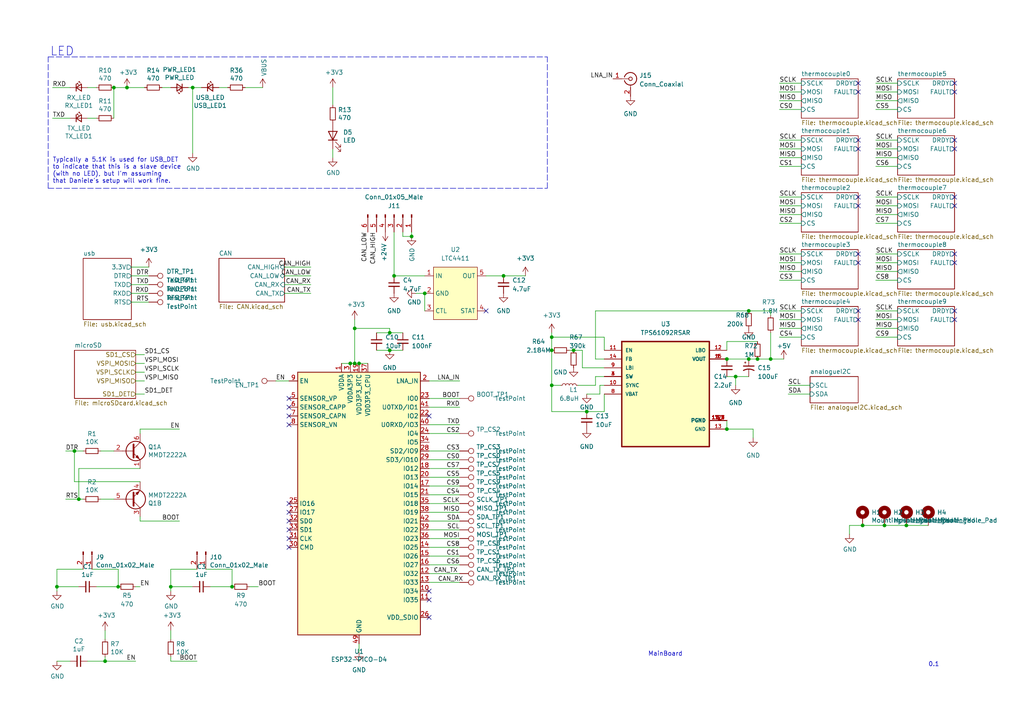
<source format=kicad_sch>
(kicad_sch (version 20211123) (generator eeschema)
  (paper "A4")
  (junction (at 146.05 80.01))
  (junction (at 223.52 104.14))
  (junction (at 213.36 109.22))
  (junction (at 219.71 104.14))
  (junction (at 22.86 144.78))
  (junction (at 250.19 152.4))
  (junction (at 102.87 105.41))
  (junction (at 160.02 101.6))
  (junction (at 30.48 191.77))
  (junction (at 33.02 25.4))
  (junction (at 210.82 104.14))
  (junction (at 113.03 101.6))
  (junction (at 114.3 80.01))
  (junction (at 166.37 101.6))
  (junction (at 67.31 170.18))
  (junction (at 119.38 68.58))
  (junction (at 123.19 85.09))
  (junction (at 217.17 104.14))
  (junction (at 113.03 96.52))
  (junction (at 101.6 105.41))
  (junction (at 217.17 90.17))
  (junction (at 104.14 105.41))
  (junction (at 160.02 97.79))
  (junction (at 55.88 25.4))
  (junction (at 36.83 25.4))
  (junction (at 16.51 170.18))
  (junction (at 170.18 119.38))
  (junction (at 21.59 130.81))
  (junction (at 262.89 152.4))
  (junction (at 102.87 95.25))
  (junction (at 210.82 124.46))
  (junction (at 49.53 170.18))
  (junction (at 34.29 170.18))
  (junction (at 160.02 111.76))
  (junction (at 256.54 152.4))
  (no_connect (at 248.92 26.67))
  (no_connect (at 248.92 92.71))
  (no_connect (at 276.86 76.2))
  (no_connect (at 248.92 59.69))
  (no_connect (at 276.86 26.67))
  (no_connect (at 248.92 43.18))
  (no_connect (at 276.86 90.17))
  (no_connect (at 83.82 158.75))
  (no_connect (at 248.92 73.66))
  (no_connect (at 140.97 90.17))
  (no_connect (at 276.86 24.13))
  (no_connect (at 248.92 90.17))
  (no_connect (at 124.46 179.07))
  (no_connect (at 124.46 173.99))
  (no_connect (at 124.46 171.45))
  (no_connect (at 83.82 151.13))
  (no_connect (at 276.86 59.69))
  (no_connect (at 83.82 146.05))
  (no_connect (at 83.82 148.59))
  (no_connect (at 83.82 120.65))
  (no_connect (at 83.82 123.19))
  (no_connect (at 83.82 118.11))
  (no_connect (at 83.82 115.57))
  (no_connect (at 276.86 40.64))
  (no_connect (at 83.82 156.21))
  (no_connect (at 248.92 24.13))
  (no_connect (at 248.92 76.2))
  (no_connect (at 248.92 57.15))
  (no_connect (at 248.92 40.64))
  (no_connect (at 276.86 92.71))
  (no_connect (at 276.86 73.66))
  (no_connect (at 276.86 43.18))
  (no_connect (at 276.86 57.15))
  (no_connect (at 124.46 120.65))
  (no_connect (at 83.82 153.67))
  (wire (pts (xy 254 76.2) (xy 260.35 76.2)))
  (wire (pts (xy 172.72 111.76) (xy 172.72 109.22)))
  (wire (pts (xy 124.46 163.83) (xy 133.35 163.83)))
  (wire (pts (xy 101.6 105.41) (xy 102.87 105.41)))
  (wire (pts (xy 232.41 62.23) (xy 226.06 62.23)))
  (wire (pts (xy 99.06 105.41) (xy 101.6 105.41)))
  (wire (pts (xy 160.02 101.6) (xy 160.02 111.76)))
  (wire (pts (xy 123.19 85.09) (xy 123.19 90.17)))
  (wire (pts (xy 21.59 139.7) (xy 40.64 139.7)))
  (wire (pts (xy 246.38 152.4) (xy 246.38 154.94)))
  (polyline (pts (xy 13.97 54.61) (xy 13.97 16.51)))
  (wire (pts (xy 254 26.67) (xy 260.35 26.67)))
  (wire (pts (xy 260.35 95.25) (xy 254 95.25)))
  (wire (pts (xy 116.84 67.31) (xy 116.84 68.58)))
  (wire (pts (xy 49.53 182.88) (xy 49.53 185.42)))
  (wire (pts (xy 254 81.28) (xy 260.35 81.28)))
  (wire (pts (xy 226.06 31.75) (xy 232.41 31.75)))
  (wire (pts (xy 124.46 133.35) (xy 133.35 133.35)))
  (wire (pts (xy 16.51 191.77) (xy 20.32 191.77)))
  (wire (pts (xy 254 31.75) (xy 260.35 31.75)))
  (wire (pts (xy 232.41 29.21) (xy 226.06 29.21)))
  (wire (pts (xy 254 57.15) (xy 260.35 57.15)))
  (wire (pts (xy 16.51 170.18) (xy 16.51 171.45)))
  (wire (pts (xy 232.41 95.25) (xy 226.06 95.25)))
  (wire (pts (xy 210.82 101.6) (xy 210.82 99.06)))
  (wire (pts (xy 254 64.77) (xy 260.35 64.77)))
  (wire (pts (xy 254 73.66) (xy 260.35 73.66)))
  (wire (pts (xy 38.1 82.55) (xy 43.18 82.55)))
  (wire (pts (xy 109.22 101.6) (xy 113.03 101.6)))
  (wire (pts (xy 172.72 104.14) (xy 172.72 90.17)))
  (wire (pts (xy 160.02 119.38) (xy 170.18 119.38)))
  (wire (pts (xy 96.52 25.4) (xy 96.52 30.48)))
  (wire (pts (xy 16.51 165.1) (xy 16.51 170.18)))
  (wire (pts (xy 82.55 85.09) (xy 90.17 85.09)))
  (wire (pts (xy 226.06 48.26) (xy 232.41 48.26)))
  (wire (pts (xy 219.71 104.14) (xy 223.52 104.14)))
  (wire (pts (xy 124.46 148.59) (xy 133.35 148.59)))
  (wire (pts (xy 38.1 80.01) (xy 43.18 80.01)))
  (wire (pts (xy 218.44 124.46) (xy 218.44 127)))
  (wire (pts (xy 109.22 96.52) (xy 113.03 96.52)))
  (wire (pts (xy 39.37 102.87) (xy 41.91 102.87)))
  (wire (pts (xy 114.3 80.01) (xy 123.19 80.01)))
  (wire (pts (xy 102.87 105.41) (xy 104.14 105.41)))
  (wire (pts (xy 58.42 25.4) (xy 55.88 25.4)))
  (wire (pts (xy 21.59 130.81) (xy 21.59 139.7)))
  (wire (pts (xy 76.2 25.4) (xy 71.12 25.4)))
  (wire (pts (xy 260.35 45.72) (xy 254 45.72)))
  (wire (pts (xy 133.35 146.05) (xy 124.46 146.05)))
  (wire (pts (xy 120.65 85.09) (xy 123.19 85.09)))
  (wire (pts (xy 49.53 165.1) (xy 49.53 170.18)))
  (wire (pts (xy 124.46 156.21) (xy 133.35 156.21)))
  (wire (pts (xy 254 90.17) (xy 260.35 90.17)))
  (wire (pts (xy 22.86 170.18) (xy 16.51 170.18)))
  (wire (pts (xy 82.55 80.01) (xy 90.17 80.01)))
  (wire (pts (xy 254 48.26) (xy 260.35 48.26)))
  (wire (pts (xy 24.13 130.81) (xy 21.59 130.81)))
  (wire (pts (xy 104.14 186.69) (xy 104.14 189.23)))
  (wire (pts (xy 15.24 34.29) (xy 20.32 34.29)))
  (wire (pts (xy 210.82 121.92) (xy 210.82 124.46)))
  (wire (pts (xy 55.88 25.4) (xy 55.88 44.45)))
  (wire (pts (xy 254 59.69) (xy 260.35 59.69)))
  (wire (pts (xy 55.88 25.4) (xy 54.61 25.4)))
  (polyline (pts (xy 13.97 54.61) (xy 158.75 54.61)))
  (wire (pts (xy 25.4 34.29) (xy 27.94 34.29)))
  (wire (pts (xy 160.02 96.52) (xy 160.02 97.79)))
  (wire (pts (xy 166.37 101.6) (xy 165.1 101.6)))
  (wire (pts (xy 254 97.79) (xy 260.35 97.79)))
  (wire (pts (xy 38.1 85.09) (xy 43.18 85.09)))
  (wire (pts (xy 39.37 114.3) (xy 41.91 114.3)))
  (wire (pts (xy 16.51 165.1) (xy 24.13 165.1)))
  (wire (pts (xy 217.17 90.17) (xy 223.52 90.17)))
  (wire (pts (xy 80.01 110.49) (xy 83.82 110.49)))
  (wire (pts (xy 33.02 25.4) (xy 36.83 25.4)))
  (wire (pts (xy 38.1 77.47) (xy 43.18 77.47)))
  (wire (pts (xy 226.06 43.18) (xy 232.41 43.18)))
  (wire (pts (xy 102.87 95.25) (xy 102.87 105.41)))
  (wire (pts (xy 96.52 45.72) (xy 96.52 43.18)))
  (wire (pts (xy 226.06 73.66) (xy 232.41 73.66)))
  (wire (pts (xy 39.37 107.95) (xy 41.91 107.95)))
  (wire (pts (xy 113.03 96.52) (xy 116.84 96.52)))
  (wire (pts (xy 213.36 109.22) (xy 213.36 111.76)))
  (wire (pts (xy 24.13 144.78) (xy 22.86 144.78)))
  (wire (pts (xy 223.52 90.17) (xy 223.52 91.44)))
  (wire (pts (xy 226.06 40.64) (xy 232.41 40.64)))
  (wire (pts (xy 22.86 144.78) (xy 22.86 135.89)))
  (wire (pts (xy 140.97 80.01) (xy 146.05 80.01)))
  (wire (pts (xy 226.06 81.28) (xy 232.41 81.28)))
  (wire (pts (xy 160.02 97.79) (xy 175.26 97.79)))
  (wire (pts (xy 46.99 25.4) (xy 49.53 25.4)))
  (wire (pts (xy 124.46 110.49) (xy 133.35 110.49)))
  (wire (pts (xy 34.29 170.18) (xy 34.29 165.1)))
  (wire (pts (xy 40.64 170.18) (xy 39.37 170.18)))
  (wire (pts (xy 175.26 106.68) (xy 168.91 106.68)))
  (wire (pts (xy 38.1 87.63) (xy 43.18 87.63)))
  (wire (pts (xy 39.37 110.49) (xy 41.91 110.49)))
  (polyline (pts (xy 13.97 16.51) (xy 158.75 16.51)))
  (wire (pts (xy 226.06 59.69) (xy 232.41 59.69)))
  (wire (pts (xy 167.64 111.76) (xy 172.72 111.76)))
  (wire (pts (xy 168.91 106.68) (xy 168.91 101.6)))
  (wire (pts (xy 260.35 29.21) (xy 254 29.21)))
  (wire (pts (xy 262.89 152.4) (xy 269.24 152.4)))
  (wire (pts (xy 175.26 97.79) (xy 175.26 101.6)))
  (polyline (pts (xy 158.75 54.61) (xy 158.75 16.51)))
  (wire (pts (xy 226.06 64.77) (xy 232.41 64.77)))
  (wire (pts (xy 60.96 170.18) (xy 67.31 170.18)))
  (wire (pts (xy 119.38 67.31) (xy 119.38 68.58)))
  (wire (pts (xy 210.82 124.46) (xy 218.44 124.46)))
  (wire (pts (xy 55.88 170.18) (xy 49.53 170.18)))
  (wire (pts (xy 49.53 191.77) (xy 49.53 190.5)))
  (wire (pts (xy 15.24 25.4) (xy 20.32 25.4)))
  (wire (pts (xy 260.35 62.23) (xy 254 62.23)))
  (wire (pts (xy 254 40.64) (xy 260.35 40.64)))
  (wire (pts (xy 124.46 123.19) (xy 133.35 123.19)))
  (wire (pts (xy 29.21 144.78) (xy 33.02 144.78)))
  (wire (pts (xy 124.46 161.29) (xy 133.35 161.29)))
  (wire (pts (xy 175.26 104.14) (xy 172.72 104.14)))
  (wire (pts (xy 113.03 101.6) (xy 116.84 101.6)))
  (wire (pts (xy 250.19 152.4) (xy 256.54 152.4)))
  (wire (pts (xy 254 43.18) (xy 260.35 43.18)))
  (wire (pts (xy 170.18 114.3) (xy 173.99 114.3)))
  (wire (pts (xy 124.46 140.97) (xy 133.35 140.97)))
  (wire (pts (xy 30.48 191.77) (xy 39.37 191.77)))
  (wire (pts (xy 173.99 114.3) (xy 173.99 111.76)))
  (wire (pts (xy 226.06 24.13) (xy 232.41 24.13)))
  (wire (pts (xy 57.15 191.77) (xy 49.53 191.77)))
  (wire (pts (xy 116.84 68.58) (xy 119.38 68.58)))
  (wire (pts (xy 175.26 119.38) (xy 175.26 114.3)))
  (wire (pts (xy 172.72 90.17) (xy 217.17 90.17)))
  (wire (pts (xy 223.52 96.52) (xy 223.52 104.14)))
  (wire (pts (xy 160.02 97.79) (xy 160.02 101.6)))
  (wire (pts (xy 27.94 170.18) (xy 34.29 170.18)))
  (wire (pts (xy 228.6 111.76) (xy 234.95 111.76)))
  (wire (pts (xy 217.17 104.14) (xy 219.71 104.14)))
  (wire (pts (xy 124.46 130.81) (xy 133.35 130.81)))
  (wire (pts (xy 226.06 76.2) (xy 232.41 76.2)))
  (wire (pts (xy 160.02 111.76) (xy 162.56 111.76)))
  (wire (pts (xy 25.4 191.77) (xy 30.48 191.77)))
  (wire (pts (xy 59.69 165.1) (xy 67.31 165.1)))
  (wire (pts (xy 228.6 114.3) (xy 234.95 114.3)))
  (wire (pts (xy 49.53 165.1) (xy 57.15 165.1)))
  (wire (pts (xy 254 24.13) (xy 260.35 24.13)))
  (wire (pts (xy 210.82 109.22) (xy 213.36 109.22)))
  (wire (pts (xy 124.46 168.91) (xy 133.35 168.91)))
  (wire (pts (xy 210.82 104.14) (xy 217.17 104.14)))
  (wire (pts (xy 21.59 130.81) (xy 19.05 130.81)))
  (wire (pts (xy 30.48 182.88) (xy 30.48 185.42)))
  (wire (pts (xy 210.82 99.06) (xy 219.71 99.06)))
  (wire (pts (xy 226.06 97.79) (xy 232.41 97.79)))
  (wire (pts (xy 124.46 143.51) (xy 133.35 143.51)))
  (wire (pts (xy 226.06 90.17) (xy 232.41 90.17)))
  (wire (pts (xy 33.02 130.81) (xy 29.21 130.81)))
  (wire (pts (xy 226.06 57.15) (xy 232.41 57.15)))
  (wire (pts (xy 25.4 25.4) (xy 27.94 25.4)))
  (wire (pts (xy 124.46 115.57) (xy 133.35 115.57)))
  (wire (pts (xy 133.35 153.67) (xy 124.46 153.67)))
  (wire (pts (xy 226.06 92.71) (xy 232.41 92.71)))
  (wire (pts (xy 254 92.71) (xy 260.35 92.71)))
  (wire (pts (xy 22.86 144.78) (xy 19.05 144.78)))
  (wire (pts (xy 170.18 119.38) (xy 175.26 119.38)))
  (wire (pts (xy 30.48 191.77) (xy 30.48 190.5)))
  (wire (pts (xy 114.3 67.31) (xy 114.3 80.01)))
  (wire (pts (xy 39.37 105.41) (xy 41.91 105.41)))
  (wire (pts (xy 260.35 78.74) (xy 254 78.74)))
  (wire (pts (xy 102.87 95.25) (xy 113.03 95.25)))
  (wire (pts (xy 124.46 151.13) (xy 133.35 151.13)))
  (wire (pts (xy 232.41 45.72) (xy 226.06 45.72)))
  (wire (pts (xy 213.36 109.22) (xy 217.17 109.22)))
  (wire (pts (xy 113.03 95.25) (xy 113.03 96.52)))
  (wire (pts (xy 40.64 149.86) (xy 40.64 151.13)))
  (wire (pts (xy 146.05 80.01) (xy 152.4 80.01)))
  (wire (pts (xy 175.26 109.22) (xy 172.72 109.22)))
  (wire (pts (xy 173.99 111.76) (xy 175.26 111.76)))
  (wire (pts (xy 33.02 25.4) (xy 33.02 34.29)))
  (wire (pts (xy 124.46 118.11) (xy 133.35 118.11)))
  (wire (pts (xy 256.54 152.4) (xy 262.89 152.4)))
  (wire (pts (xy 160.02 111.76) (xy 160.02 119.38)))
  (wire (pts (xy 250.19 152.4) (xy 246.38 152.4)))
  (wire (pts (xy 104.14 105.41) (xy 106.68 105.41)))
  (wire (pts (xy 124.46 125.73) (xy 133.35 125.73)))
  (wire (pts (xy 82.55 77.47) (xy 90.17 77.47)))
  (wire (pts (xy 166.37 101.6) (xy 168.91 101.6)))
  (wire (pts (xy 26.67 165.1) (xy 34.29 165.1)))
  (wire (pts (xy 124.46 166.37) (xy 133.35 166.37)))
  (wire (pts (xy 102.87 92.71) (xy 102.87 95.25)))
  (wire (pts (xy 40.64 125.73) (xy 40.64 124.46)))
  (wire (pts (xy 40.64 151.13) (xy 52.07 151.13)))
  (wire (pts (xy 22.86 135.89) (xy 40.64 135.89)))
  (wire (pts (xy 36.83 25.4) (xy 41.91 25.4)))
  (wire (pts (xy 74.93 170.18) (xy 72.39 170.18)))
  (wire (pts (xy 63.5 25.4) (xy 66.04 25.4)))
  (wire (pts (xy 133.35 138.43) (xy 124.46 138.43)))
  (wire (pts (xy 40.64 124.46) (xy 52.07 124.46)))
  (wire (pts (xy 223.52 104.14) (xy 227.33 104.14)))
  (wire (pts (xy 124.46 158.75) (xy 133.35 158.75)))
  (wire (pts (xy 124.46 135.89) (xy 133.35 135.89)))
  (wire (pts (xy 67.31 170.18) (xy 67.31 165.1)))
  (wire (pts (xy 82.55 82.55) (xy 90.17 82.55)))
  (wire (pts (xy 232.41 78.74) (xy 226.06 78.74)))
  (wire (pts (xy 226.06 26.67) (xy 232.41 26.67)))
  (wire (pts (xy 49.53 170.18) (xy 49.53 171.45)))
  (text "LED" (at 21.59 16.51 180) (effects (font (size 2.54 2.54)) (justify right bottom)))
  (text "MainBoard\n" (at 187.96 190.5 0) (effects (font (size 1.27 1.27)) (justify left bottom)))
  (text "0.1\n\n" (at 269.24 195.58 0) (effects (font (size 1.27 1.27)) (justify left bottom)))
  (text "Typically a 5.1K is used for USB_DET\nto indicate that this is a slave device\n(with no LED), but I'm assuming \nthat Daniele's setup will work fine." (at 15.24 53.34 0) (effects (font (size 1.27 1.27)) (justify left bottom)))
  (label "SCLK" (at 133.35 146.05 180))
  (label "BOOT" (at 133.35 115.57 180))
  (label "CS4" (at 226.06 97.79 0))
  (label "DTR" (at 43.18 80.01 180))
  (label "EN" (at 80.01 110.49 0))
  (label "VSPI_MISO" (at 41.91 110.49 0))
  (label "CAN_TX" (at 125.73 166.37 0))
  (label "MOSI" (at 254 92.71 0))
  (label "MISO" (at 226.06 95.25 0))
  (label "CS6" (at 133.35 163.83 180))
  (label "MISO" (at 226.06 62.23 0))
  (label "SCLK" (at 226.06 73.66 0))
  (label "CS0" (at 226.06 31.75 0))
  (label "CS5" (at 254 31.75 0))
  (label "CS9" (at 254 97.79 0))
  (label "SD1_DET" (at 41.91 114.3 0))
  (label "MISO" (at 254 95.25 0))
  (label "CAN_RX" (at 90.17 82.55 180))
  (label "VSPI_MOSI" (at 41.91 105.41 0))
  (label "MOSI" (at 254 59.69 0))
  (label "MOSI" (at 254 76.2 0))
  (label "CS1" (at 226.06 48.26 0))
  (label "EN" (at 39.37 191.77 180))
  (label "CS2" (at 133.35 125.73 180))
  (label "CAN_LOW" (at 106.68 67.31 270))
  (label "CS4" (at 133.35 143.51 180))
  (label "MISO" (at 254 78.74 0))
  (label "BOOT" (at 57.15 191.77 180))
  (label "MOSI" (at 133.35 156.21 180))
  (label "DTR" (at 19.05 130.81 0))
  (label "BOOT" (at 52.07 151.13 180))
  (label "MOSI" (at 254 43.18 0))
  (label "RTS" (at 43.18 87.63 180))
  (label "CS7" (at 254 64.77 0))
  (label "SCLK" (at 254 57.15 0))
  (label "CAN_RX" (at 127 168.91 0))
  (label "MOSI" (at 226.06 76.2 0))
  (label "MISO" (at 226.06 45.72 0))
  (label "MOSI" (at 254 26.67 0))
  (label "MISO" (at 254 45.72 0))
  (label "EN" (at 52.07 124.46 180))
  (label "TXD" (at 15.24 34.29 0))
  (label "TXD" (at 133.35 123.19 180))
  (label "CAN_HIGH" (at 109.22 67.31 270))
  (label "CS1" (at 133.35 161.29 180))
  (label "RXD" (at 133.35 118.11 180))
  (label "VSPI_SCLK" (at 41.91 107.95 0))
  (label "TXD" (at 43.18 82.55 180))
  (label "LNA_IN" (at 177.8 22.86 180))
  (label "MOSI" (at 226.06 26.67 0))
  (label "MOSI" (at 226.06 59.69 0))
  (label "MOSI" (at 226.06 92.71 0))
  (label "MISO" (at 226.06 78.74 0))
  (label "CAN_HIGH" (at 90.17 77.47 180))
  (label "CS5" (at 133.35 138.43 180))
  (label "CAN_TX" (at 90.17 85.09 180))
  (label "BOOT" (at 74.93 170.18 0))
  (label "SCLK" (at 254 24.13 0))
  (label "SD1_CS" (at 41.91 102.87 0))
  (label "CS0" (at 133.35 133.35 180))
  (label "SCLK" (at 254 73.66 0))
  (label "SCLK" (at 254 40.64 0))
  (label "MISO" (at 226.06 29.21 0))
  (label "CAN_LOW" (at 90.17 80.01 180))
  (label "RXD" (at 43.18 85.09 180))
  (label "SCL" (at 133.35 153.67 180))
  (label "SCLK" (at 226.06 57.15 0))
  (label "SDA" (at 133.35 151.13 180))
  (label "CS3" (at 226.06 81.28 0))
  (label "CS2" (at 226.06 64.77 0))
  (label "MISO" (at 133.35 148.59 180))
  (label "EN" (at 40.64 170.18 0))
  (label "SCLK" (at 226.06 24.13 0))
  (label "SCLK" (at 226.06 90.17 0))
  (label "CS3" (at 133.35 130.81 180))
  (label "CS8" (at 254 81.28 0))
  (label "SDA" (at 228.6 114.3 0))
  (label "MOSI" (at 226.06 43.18 0))
  (label "RXD" (at 15.24 25.4 0))
  (label "SCLK" (at 226.06 40.64 0))
  (label "RTS" (at 19.05 144.78 0))
  (label "MISO" (at 254 62.23 0))
  (label "SCL" (at 228.6 111.76 0))
  (label "CS6" (at 254 48.26 0))
  (label "CS9" (at 133.35 140.97 180))
  (label "LNA_IN" (at 133.35 110.49 180))
  (label "CS7" (at 133.35 135.89 180))
  (label "MISO" (at 254 29.21 0))
  (label "CS8" (at 133.35 158.75 180))
  (label "SCLK" (at 254 90.17 0))
  (hierarchical_label "VSPI_MISO" (shape input) (at 39.37 110.49 180))
  (hierarchical_label "VSPI_MOSI" (shape input) (at 39.37 105.41 180))
  (hierarchical_label "SD1_CS" (shape input) (at 39.37 102.87 180))
  (hierarchical_label "SD1_DET" (shape input) (at 39.37 114.3 180))
  (hierarchical_label "VSPI_SCLK" (shape input) (at 39.37 107.95 180))
  (symbol (lib_id "power:+3.3V") (at 102.87 92.71 0) (unit 1)
    (property "Reference" "#PWR020" (effects hide))
    (property "Value" "+3.3V" (at 103.251 88.3158 0))
  )
  (symbol (lib_id "power:+3.3V") (at 30.48 182.88 0) (unit 1)
    (property "Reference" "#PWR06" (effects hide))
    (property "Value" "+3.3V" (at 30.861 178.4858 0))
  )
  (symbol (lib_id "Device:R_Small") (at 30.48 187.96 0) (unit 1)
    (property "Reference" "R7" (at 31.9786 186.7916 0) (effects (justify left)))
    (property "Value" "10K" (at 31.9786 189.103 0) (effects (justify left)))
    (property "Footprint" "Resistor_SMD:R_0603_1608Metric" (effects hide))
  )
  (symbol (lib_id "Device:C_Small") (at 22.86 191.77 270) (unit 1)
    (property "Reference" "C2" (at 22.86 185.9534 90))
    (property "Value" "1uF" (at 22.86 188.2648 90))
    (property "Footprint" "Capacitor_SMD:C_0603_1608Metric" (effects hide))
  )
  (symbol (lib_id "power:GND") (at 16.51 191.77 0) (unit 1)
    (property "Reference" "#PWR03" (effects hide))
    (property "Value" "GND" (at 16.637 196.1642 0))
  )
  (symbol (lib_id "power:+3.3V") (at 49.53 182.88 0) (unit 1)
    (property "Reference" "#PWR09" (effects hide))
    (property "Value" "+3.3V" (at 49.911 178.4858 0))
  )
  (symbol (lib_id "Device:R_Small") (at 49.53 187.96 0) (unit 1)
    (property "Reference" "R8" (at 51.0286 186.7916 0) (effects (justify left)))
    (property "Value" "10K" (at 51.0286 189.103 0) (effects (justify left)))
    (property "Footprint" "Resistor_SMD:R_0603_1608Metric" (effects hide))
  )
  (symbol (lib_id "power:GND") (at 49.53 171.45 0) (unit 1)
    (property "Reference" "#PWR07" (effects hide))
    (property "Value" "GND" (at 49.657 175.8442 0))
  )
  (symbol (lib_id "Device:C_Small") (at 58.42 170.18 270) (unit 1)
    (property "Reference" "C3" (at 58.42 164.3634 90))
    (property "Value" "1uF" (at 58.42 166.6748 90))
    (property "Footprint" "Capacitor_SMD:C_0603_1608Metric" (effects hide))
  )
  (symbol (lib_id "Device:R_Small") (at 69.85 170.18 270) (unit 1)
    (property "Reference" "R9" (at 69.85 172.72 90))
    (property "Value" "470" (at 69.85 175.26 90))
    (property "Footprint" "Resistor_SMD:R_0603_1608Metric" (effects hide))
  )
  (symbol (lib_id "power:GND") (at 16.51 171.45 0) (unit 1)
    (property "Reference" "#PWR02" (effects hide))
    (property "Value" "GND" (at 16.637 175.8442 0))
  )
  (symbol (lib_id "Device:C_Small") (at 25.4 170.18 270) (unit 1)
    (property "Reference" "C1" (at 25.4 164.3634 90))
    (property "Value" "1uF" (at 25.4 166.6748 90))
    (property "Footprint" "Capacitor_SMD:C_0603_1608Metric" (effects hide))
  )
  (symbol (lib_id "Device:R_Small") (at 36.83 170.18 270) (unit 1)
    (property "Reference" "R5" (at 36.83 172.72 90))
    (property "Value" "470" (at 36.83 175.26 90))
    (property "Footprint" "Resistor_SMD:R_0603_1608Metric" (effects hide))
  )
  (symbol (lib_id "Device:LED_Small") (at 22.86 34.29 0) (unit 1)
    (property "Reference" "TX_LED1" (at 22.86 39.497 0))
    (property "Value" "TX_LED" (at 22.86 37.1856 0))
    (property "Footprint" "LED_SMD:LED_0603_1608Metric" (effects hide))
  )
  (symbol (lib_id "Device:LED_Small") (at 22.86 25.4 0) (unit 1)
    (property "Reference" "RX_LED1" (at 22.86 30.607 0))
    (property "Value" "RX_LED" (at 22.86 28.2956 0))
    (property "Footprint" "LED_SMD:LED_0603_1608Metric" (effects hide))
  )
  (symbol (lib_id "Device:R_Small") (at 30.48 25.4 270) (unit 1)
    (property "Reference" "R10" (at 30.48 20.4216 90))
    (property "Value" "470" (at 30.48 22.733 90))
    (property "Footprint" "Resistor_SMD:R_0603_1608Metric" (effects hide))
  )
  (symbol (lib_id "Device:R_Small") (at 30.48 34.29 270) (unit 1)
    (property "Reference" "R11" (at 30.48 29.3116 90))
    (property "Value" "470" (at 30.48 31.623 90))
    (property "Footprint" "Resistor_SMD:R_0603_1608Metric" (effects hide))
  )
  (symbol (lib_id "power:GND") (at 55.88 44.45 0) (unit 1)
    (property "Reference" "#PWR012" (effects hide))
    (property "Value" "GND" (at 56.007 48.8442 0))
  )
  (symbol (lib_id "Device:R_Small") (at 26.67 130.81 270) (unit 1)
    (property "Reference" "R1" (at 26.67 125.8316 90))
    (property "Value" "10K" (at 26.67 128.143 90))
    (property "Footprint" "Resistor_SMD:R_0603_1608Metric" (effects hide))
  )
  (symbol (lib_id "Device:R_Small") (at 26.67 144.78 270) (unit 1)
    (property "Reference" "R2" (at 26.67 139.8016 90))
    (property "Value" "10K" (at 26.67 142.113 90))
    (property "Footprint" "Resistor_SMD:R_0603_1608Metric" (effects hide))
  )
  (symbol (lib_id "power:+3.3V") (at 36.83 25.4 0) (unit 1)
    (property "Reference" "#PWR011" (effects hide))
    (property "Value" "+3.3V" (at 37.211 21.0058 0))
  )
  (symbol (lib_id "Device:LED_Small") (at 52.07 25.4 180) (unit 1)
    (property "Reference" "PWR_LED1" (at 52.07 20.193 0))
    (property "Value" "PWR_LED" (at 52.07 22.5044 0))
    (property "Footprint" "LED_SMD:LED_0603_1608Metric" (effects hide))
  )
  (symbol (lib_id "Device:R_Small") (at 44.45 25.4 270) (unit 1)
    (property "Reference" "R14" (at 44.45 20.4216 90))
    (property "Value" "470" (at 44.45 22.733 90))
    (property "Footprint" "Resistor_SMD:R_0603_1608Metric" (effects hide))
  )
  (symbol (lib_id "Connector:TestPoint") (at 133.35 158.75 270) (unit 1)
    (property "Reference" "TP_CS8" (at 138.1252 157.5816 90) (effects (justify left)))
    (property "Value" "TestPoint" (at 143.51 158.75 90) (effects (justify left)))
    (property "Footprint" "TestPoint:TestPoint_Pad_D1.0mm" (effects hide))
  )
  (symbol (lib_id "Connector:TestPoint") (at 133.35 166.37 270) (unit 1)
    (property "Reference" "CAN_TX_TP1" (at 138.1252 165.2016 90) (effects (justify left)))
    (property "Value" "TestPoint" (at 143.51 166.37 90) (effects (justify left)))
    (property "Footprint" "TestPoint:TestPoint_Pad_D1.0mm" (effects hide))
  )
  (symbol (lib_id "Connector:TestPoint") (at 133.35 168.91 270) (unit 1)
    (property "Reference" "CAN_RX_TP1" (at 138.1252 167.7416 90) (effects (justify left)))
    (property "Value" "TestPoint" (at 143.51 168.91 90) (effects (justify left)))
    (property "Footprint" "TestPoint:TestPoint_Pad_D1.0mm" (effects hide))
  )
  (symbol (lib_id "Connector:TestPoint") (at 133.35 161.29 270) (unit 1)
    (property "Reference" "TP_CS1" (at 138.1252 160.1216 90) (effects (justify left)))
    (property "Value" "TestPoint" (at 143.51 161.29 90) (effects (justify left)))
    (property "Footprint" "TestPoint:TestPoint_Pad_D1.0mm" (effects hide))
  )
  (symbol (lib_id "Connector:TestPoint") (at 133.35 163.83 270) (unit 1)
    (property "Reference" "TP_CS6" (at 138.1252 162.6616 90) (effects (justify left)))
    (property "Value" "TestPoint" (at 143.51 163.83 90) (effects (justify left)))
    (property "Footprint" "TestPoint:TestPoint_Pad_D1.0mm" (effects hide))
  )
  (symbol (lib_id "Device:LED_Small") (at 60.96 25.4 0) (unit 1)
    (property "Reference" "USB_LED1" (at 60.96 30.607 0))
    (property "Value" "USB_LED" (at 60.96 28.2956 0))
    (property "Footprint" "LED_SMD:LED_0603_1608Metric" (effects hide))
  )
  (symbol (lib_id "Device:R_Small") (at 68.58 25.4 270) (unit 1)
    (property "Reference" "R36" (at 68.58 20.4216 90))
    (property "Value" "470" (at 68.58 22.733 90))
    (property "Footprint" "Resistor_SMD:R_0603_1608Metric" (effects hide))
  )
  (symbol (lib_id "Connector:Conn_01x02_Male") (at 26.67 160.02 270) (unit 1)
    (property "Reference" "J9" (at 27.7876 161.5948 90) (effects (justify left)))
    (property "Value" "Conn_01x02_Male" (at 27.7876 163.9062 90) (effects (justify left)))
    (property "Footprint" "Connector_PinHeader_2.54mm:PinHeader_1x02_P2.54mm_Vertical" (effects hide))
  )
  (symbol (lib_id "Connector:Conn_01x02_Male") (at 59.69 160.02 270) (unit 1)
    (property "Reference" "J10" (at 60.8076 161.5948 90) (effects (justify left)))
    (property "Value" "Conn_01x02_Male" (at 60.8076 163.9062 90) (effects (justify left)))
    (property "Footprint" "Connector_PinHeader_2.54mm:PinHeader_1x02_P2.54mm_Vertical" (effects hide))
  )
  (symbol (lib_id "Transistor_BJT:MMDT2222A") (at 38.1 130.81 0) (unit 1)
    (property "Reference" "Q1" (at 42.926 129.6416 0) (effects (justify left)))
    (property "Value" "MMDT2222A" (at 42.926 131.953 0) (effects (justify left)))
    (property "Footprint" "Package_TO_SOT_SMD:SOT-363_SC-70-6" (effects hide))
    (property "Datasheet" "http://www.diodes.com/_files/datasheets/ds30125.pdf" (effects hide))
  )
  (symbol (lib_id "Transistor_BJT:MMDT2222A") (at 38.1 144.78 0) (mirror x) (unit 2)
    (property "Reference" "Q1" (at 42.926 145.9484 0) (effects (justify left)))
    (property "Value" "MMDT2222A" (at 42.926 143.637 0) (effects (justify left)))
    (property "Footprint" "Package_TO_SOT_SMD:SOT-363_SC-70-6" (effects hide))
    (property "Datasheet" "http://www.diodes.com/_files/datasheets/ds30125.pdf" (effects hide))
  )
  (symbol (lib_id "Connector:TestPoint") (at 133.35 135.89 270) (unit 1)
    (property "Reference" "TP_CS7" (at 138.1252 134.7216 90) (effects (justify left)))
    (property "Value" "TestPoint" (at 143.51 135.89 90) (effects (justify left)))
    (property "Footprint" "TestPoint:TestPoint_Pad_D1.0mm" (effects hide))
  )
  (symbol (lib_id "Connector:TestPoint") (at 133.35 138.43 270) (unit 1)
    (property "Reference" "TP_CS5" (at 138.1252 137.2616 90) (effects (justify left)))
    (property "Value" "TestPoint" (at 143.51 138.43 90) (effects (justify left)))
    (property "Footprint" "TestPoint:TestPoint_Pad_D1.0mm" (effects hide))
  )
  (symbol (lib_id "Connector:TestPoint") (at 133.35 143.51 270) (unit 1)
    (property "Reference" "TP_CS4" (at 138.1252 142.3416 90) (effects (justify left)))
    (property "Value" "TestPoint" (at 143.51 143.51 90) (effects (justify left)))
    (property "Footprint" "TestPoint:TestPoint_Pad_D1.0mm" (effects hide))
  )
  (symbol (lib_id "Connector:TestPoint") (at 133.35 140.97 270) (unit 1)
    (property "Reference" "TP_CS9" (at 138.1252 139.8016 90) (effects (justify left)))
    (property "Value" "TestPoint" (at 143.51 140.97 90) (effects (justify left)))
    (property "Footprint" "TestPoint:TestPoint_Pad_D1.0mm" (effects hide))
  )
  (symbol (lib_id "Connector:TestPoint") (at 133.35 115.57 270) (unit 1)
    (property "Reference" "BOOT_TP1" (at 138.1252 114.4016 90) (effects (justify left)))
    (property "Value" "TestPoint" (at 143.51 115.57 90) (effects (justify left)))
    (property "Footprint" "TestPoint:TestPoint_Pad_D1.0mm" (effects hide))
  )
  (symbol (lib_id "Connector:TestPoint") (at 133.35 125.73 270) (unit 1)
    (property "Reference" "TP_CS2" (at 138.1252 124.5616 90) (effects (justify left)))
    (property "Value" "TestPoint" (at 143.51 125.73 90) (effects (justify left)))
    (property "Footprint" "TestPoint:TestPoint_Pad_D1.0mm" (effects hide))
  )
  (symbol (lib_id "Connector:TestPoint") (at 133.35 130.81 270) (unit 1)
    (property "Reference" "TP_CS3" (at 138.1252 129.6416 90) (effects (justify left)))
    (property "Value" "TestPoint" (at 143.51 130.81 90) (effects (justify left)))
    (property "Footprint" "TestPoint:TestPoint_Pad_D1.0mm" (effects hide))
  )
  (symbol (lib_id "Device:LED") (at 96.52 39.37 90) (unit 1)
    (property "Reference" "D5" (at 99.5172 38.3794 90) (effects (justify right)))
    (property "Value" "LED" (at 99.5172 40.6908 90) (effects (justify right)))
    (property "Footprint" "LED_SMD:LED_0603_1608Metric" (effects hide))
  )
  (symbol (lib_id "Device:R_Small") (at 96.52 33.02 0) (unit 1)
    (property "Reference" "R13" (at 98.0186 31.8516 0) (effects (justify left)))
    (property "Value" "470" (at 98.0186 34.163 0) (effects (justify left)))
    (property "Footprint" "Resistor_SMD:R_0603_1608Metric" (effects hide))
  )
  (symbol (lib_id "power:GND") (at 96.52 45.72 0) (unit 1)
    (property "Reference" "#PWR017" (effects hide))
    (property "Value" "GND" (at 96.647 50.1142 0))
  )
  (symbol (lib_id "Mainboard-rescue:+3.3V-Mainboard-cache") (at 96.52 25.4 0) (unit 1)
    (property "Reference" "#PWR016" (effects hide))
    (property "Value" "+3.3V" (at 96.901 21.0058 0))
  )
  (symbol (lib_id "power:GND") (at 246.38 154.94 0) (unit 1)
    (property "Reference" "#PWR051" (effects hide))
    (property "Value" "GND" (at 246.507 159.3342 0))
  )
  (symbol (lib_id "Connector:TestPoint") (at 133.35 153.67 270) (unit 1)
    (property "Reference" "SCL_TP1" (at 138.1252 152.5016 90) (effects (justify left)))
    (property "Value" "TestPoint" (at 143.51 153.67 90) (effects (justify left)))
    (property "Footprint" "TestPoint:TestPoint_Pad_D1.0mm" (effects hide))
  )
  (symbol (lib_id "Device:C_Small") (at 116.84 99.06 0) (unit 1)
    (property "Reference" "C11" (at 119.38 97.7962 0) (effects (justify left)))
    (property "Value" "100nF" (at 119.38 100.3362 0) (effects (justify left)))
    (property "Footprint" "Capacitor_SMD:C_0603_1608Metric" (effects hide))
  )
  (symbol (lib_id "Mechanical:MountingHole_Pad") (at 269.24 149.86 0) (unit 1)
    (property "Reference" "H4" (at 271.78 148.6154 0) (effects (justify left)))
    (property "Value" "MountingHole_Pad" (at 271.78 150.9268 0) (effects (justify left)))
    (property "Footprint" "MountingHole:MountingHole_3.2mm_M3_DIN965_Pad" (effects hide))
  )
  (symbol (lib_id "Connector:TestPoint") (at 133.35 146.05 270) (unit 1)
    (property "Reference" "SCLK_TP1" (at 138.1252 144.8816 90) (effects (justify left)))
    (property "Value" "TestPoint" (at 143.51 146.05 90) (effects (justify left)))
    (property "Footprint" "TestPoint:TestPoint_Pad_D1.0mm" (effects hide))
  )
  (symbol (lib_id "Device:R_Small") (at 162.56 101.6 90) (unit 1)
    (property "Reference" "R64" (at 156.21 99.06 90))
    (property "Value" "2.184M" (at 156.21 101.6 90))
    (property "Footprint" "Resistor_SMD:R_0603_1608Metric" (effects hide))
  )
  (symbol (lib_id "power:GND") (at 217.17 95.25 0) (unit 1)
    (property "Reference" "#PWR0139" (effects hide))
    (property "Value" "GND" (at 217.17 97.79 0))
  )
  (symbol (lib_id "Device:C_Small") (at 210.82 106.68 0) (unit 1)
    (property "Reference" "C14" (at 207.01 109.22 0) (effects (justify left)))
    (property "Value" "2.2uF" (at 207.01 111.76 0) (effects (justify left)))
    (property "Footprint" "Capacitor_SMD:C_0603_1608Metric" (effects hide))
  )
  (symbol (lib_id "Device:C_Polarized_Small_US") (at 217.17 106.68 0) (unit 1)
    (property "Reference" "C15" (at 219.71 106.68 0) (effects (justify left)))
    (property "Value" "100uF" (at 219.71 109.22 0) (effects (justify left)))
    (property "Footprint" "iclr:CAPC2012X145N" (effects hide))
  )
  (symbol (lib_id "power:GND") (at 218.44 127 0) (unit 1)
    (property "Reference" "#PWR050" (effects hide))
    (property "Value" "GND" (at 218.44 132.08 0))
  )
  (symbol (lib_id "power:GND") (at 114.3 85.09 0) (unit 1)
    (property "Reference" "#PWR022" (effects hide))
    (property "Value" "GND" (at 114.3 90.17 0))
  )
  (symbol (lib_id "power:GND") (at 213.36 111.76 0) (unit 1)
    (property "Reference" "#PWR027" (effects hide))
    (property "Value" "GND" (at 213.36 116.84 0))
  )
  (symbol (lib_id "Connector:Conn_01x06_Male") (at 114.3 62.23 270) (unit 1)
    (property "Reference" "J11" (at 114.3 59.69 90))
    (property "Value" "Conn_01x05_Male" (at 114.3 57.15 90))
    (property "Footprint" "Connector_Molex:Molex_Mini-Fit_Jr_5566-06A_2x03_P4.20mm_Vertical" (effects hide))
  )
  (symbol (lib_id "power:+5V") (at 227.33 104.14 0) (unit 1)
    (property "Reference" "#PWR049" (effects hide))
    (property "Value" "+5V" (at 227.33 100.33 0))
  )
  (symbol (lib_id "Mechanical:MountingHole_Pad") (at 262.89 149.86 0) (unit 1)
    (property "Reference" "H3" (at 265.43 148.6154 0) (effects (justify left)))
    (property "Value" "MountingHole_Pad" (at 265.43 150.9268 0) (effects (justify left)))
    (property "Footprint" "MountingHole:MountingHole_3.2mm_M3_DIN965_Pad" (effects hide))
  )
  (symbol (lib_id "Device:R_Small") (at 219.71 101.6 0) (unit 1)
    (property "Reference" "R72" (at 215.9 100.33 0) (effects (justify left)))
    (property "Value" "1M" (at 215.9 102.87 0) (effects (justify left)))
    (property "Footprint" "Resistor_SMD:R_0603_1608Metric" (effects hide))
  )
  (symbol (lib_id "Connector:TestPoint") (at 43.18 82.55 270) (unit 1)
    (property "Reference" "TXD_TP1" (at 48.26 81.2799 90) (effects (justify left)))
    (property "Value" "TestPoint" (at 48.26 83.8199 90) (effects (justify left)))
    (property "Footprint" "TestPoint:TestPoint_Pad_D1.0mm" (effects hide))
  )
  (symbol (lib_id "Connector:TestPoint") (at 43.18 87.63 270) (unit 1)
    (property "Reference" "RTS_TP1" (at 48.26 86.3599 90) (effects (justify left)))
    (property "Value" "TestPoint" (at 48.26 88.8999 90) (effects (justify left)))
    (property "Footprint" "TestPoint:TestPoint_Pad_D1.0mm" (effects hide))
  )
  (symbol (lib_id "power:GND") (at 120.65 85.09 270) (unit 1)
    (property "Reference" "#PWR014" (effects hide))
    (property "Value" "GND" (at 118.11 87.63 90) (effects (justify left)))
  )
  (symbol (lib_id "power:GND") (at 104.14 189.23 0) (unit 1)
    (property "Reference" "#PWR04" (effects hide))
    (property "Value" "GND" (at 104.14 194.31 0))
  )
  (symbol (lib_id "Device:C_Small") (at 170.18 121.92 0) (unit 1)
    (property "Reference" "C13" (at 172.72 120.6562 0) (effects (justify left)))
    (property "Value" "10uF" (at 172.72 123.1962 0) (effects (justify left)))
    (property "Footprint" "Capacitor_SMD:C_0603_1608Metric" (effects hide))
  )
  (symbol (lib_id "Connector:TestPoint") (at 133.35 156.21 270) (unit 1)
    (property "Reference" "MOSI_TP1" (at 138.1252 155.0416 90) (effects (justify left)))
    (property "Value" "TestPoint" (at 143.51 156.21 90) (effects (justify left)))
    (property "Footprint" "TestPoint:TestPoint_Pad_D1.0mm" (effects hide))
  )
  (symbol (lib_id "Device:C_Small") (at 114.3 82.55 0) (unit 1)
    (property "Reference" "C4" (at 116.84 81.2862 0) (effects (justify left)))
    (property "Value" "4.7uF" (at 116.84 83.8262 0) (effects (justify left)))
    (property "Footprint" "Capacitor_SMD:C_0603_1608Metric" (effects hide))
  )
  (symbol (lib_id "Connector:TestPoint") (at 43.18 85.09 270) (unit 1)
    (property "Reference" "RXD_TP1" (at 48.26 83.8199 90) (effects (justify left)))
    (property "Value" "TestPoint" (at 48.26 86.3599 90) (effects (justify left)))
    (property "Footprint" "TestPoint:TestPoint_Pad_D1.0mm" (effects hide))
  )
  (symbol (lib_id "Device:C_Small") (at 146.05 82.55 0) (unit 1)
    (property "Reference" "C12" (at 148.59 81.2862 0) (effects (justify left)))
    (property "Value" "4.7uF" (at 148.59 83.8262 0) (effects (justify left)))
    (property "Footprint" "Capacitor_SMD:C_0603_1608Metric" (effects hide))
  )
  (symbol (lib_id "power:GND") (at 170.18 114.3 0) (unit 1)
    (property "Reference" "#PWR0158" (effects hide))
    (property "Value" "GND" (at 170.18 118.11 0))
  )
  (symbol (lib_id "power:+24V") (at 111.76 67.31 180) (unit 1)
    (property "Reference" "#PWR05" (effects hide))
    (property "Value" "+24V" (at 111.379 70.5612 90) (effects (justify left)))
  )
  (symbol (lib_id "Connector:TestPoint") (at 133.35 133.35 270) (unit 1)
    (property "Reference" "TP_CS0" (at 138.1252 132.1816 90) (effects (justify left)))
    (property "Value" "TestPoint" (at 143.51 133.35 90) (effects (justify left)))
    (property "Footprint" "TestPoint:TestPoint_Pad_D1.0mm" (effects hide))
  )
  (symbol (lib_id "Connector:TestPoint") (at 133.35 148.59 270) (unit 1)
    (property "Reference" "MISO_TP1" (at 138.1252 147.4216 90) (effects (justify left)))
    (property "Value" "TestPoint" (at 143.51 148.59 90) (effects (justify left)))
    (property "Footprint" "TestPoint:TestPoint_Pad_D1.0mm" (effects hide))
  )
  (symbol (lib_id "RF_Module:ESP32-PICO-D4") (at 104.14 146.05 0) (unit 1)
    (property "Reference" "U1" (at 104.14 188.9506 0))
    (property "Value" "ESP32-PICO-D4" (at 104.14 191.262 0))
    (property "Footprint" "Package_DFN_QFN:QFN-48-1EP_7x7mm_P0.5mm_EP5.3x5.3mm" (effects hide))
    (property "Datasheet" "https://www.espressif.com/sites/default/files/documentation/esp32-pico-d4_datasheet_en.pdf" (effects hide))
  )
  (symbol (lib_id "Mechanical:MountingHole_Pad") (at 256.54 149.86 0) (unit 1)
    (property "Reference" "H2" (at 259.08 148.6154 0) (effects (justify left)))
    (property "Value" "MountingHole_Pad" (at 259.08 150.9268 0) (effects (justify left)))
    (property "Footprint" "MountingHole:MountingHole_3.2mm_M3_DIN965_Pad" (effects hide))
  )
  (symbol (lib_id "Device:R_Small") (at 166.37 104.14 0) (unit 1)
    (property "Reference" "R67" (at 165.1 97.79 0) (effects (justify left)))
    (property "Value" "390k" (at 165.1 100.33 0) (effects (justify left)))
    (property "Footprint" "Resistor_SMD:R_0603_1608Metric" (effects hide))
  )
  (symbol (lib_id "power:GND") (at 170.18 124.46 0) (unit 1)
    (property "Reference" "#PWR021" (effects hide))
    (property "Value" "GND" (at 170.18 129.54 0))
  )
  (symbol (lib_id "power:GND") (at 119.38 68.58 0) (unit 1)
    (property "Reference" "#PWR013" (effects hide))
    (property "Value" "GND" (at 119.507 71.8312 90) (effects (justify right)))
  )
  (symbol (lib_id "power:+3.3V") (at 160.02 96.52 0) (unit 1)
    (property "Reference" "#PWR019" (effects hide))
    (property "Value" "+3.3V" (at 160.02 91.44 0))
  )
  (symbol (lib_id "power:VBUS") (at 76.2 25.4 0) (unit 1)
    (property "Reference" "#PWR0159" (effects hide))
    (property "Value" "VBUS" (at 76.581 22.1488 90) (effects (justify left)))
  )
  (symbol (lib_id "Connector:TestPoint") (at 80.01 110.49 90) (unit 1)
    (property "Reference" "EN_TP1" (at 75.2348 111.6584 90) (effects (justify left)))
    (property "Value" "TestPoint" (at 69.85 110.49 90) (effects (justify left)))
    (property "Footprint" "TestPoint:TestPoint_Pad_D1.0mm" (effects hide))
  )
  (symbol (lib_id "iclr:TPS61092RSAR") (at 193.04 114.3 0) (unit 1)
    (property "Reference" "U3" (at 193.04 93.98 0))
    (property "Value" "TPS61092RSAR" (at 193.04 96.52 0))
    (property "Footprint" "iclr:QFN65P400X400X100-17N" (effects hide))
    (property "Datasheet" "https://www.ti.com/lit/ds/symlink/tps61092.pdf?HQS=dis-mous-null-mousermode-dsf-pf-null-wwe&ts=1657842047981&ref_url=https%253A%252F%252Fwww.mouser.co.uk%252F" (effects hide))
  )
  (symbol (lib_id "Device:L_Small") (at 165.1 111.76 90) (unit 1)
    (property "Reference" "L1" (at 166.37 113.03 90))
    (property "Value" "6.8uH" (at 165.1 115.57 90))
    (property "Footprint" "iclr:INDPM3030X200N" (effects hide))
  )
  (symbol (lib_id "power:GND") (at 182.88 27.94 0) (unit 1)
    (property "Reference" "#PWR0157" (effects hide))
    (property "Value" "GND" (at 182.88 33.02 0))
  )
  (symbol (lib_id "Connector:TestPoint") (at 43.18 80.01 270) (unit 1)
    (property "Reference" "DTR_TP1" (at 48.26 78.7399 90) (effects (justify left)))
    (property "Value" "TestPoint" (at 48.26 81.2799 90) (effects (justify left)))
    (property "Footprint" "TestPoint:TestPoint_Pad_D1.0mm" (effects hide))
  )
  (symbol (lib_id "power:GND") (at 146.05 85.09 0) (unit 1)
    (property "Reference" "#PWR015" (effects hide))
    (property "Value" "GND" (at 146.05 90.17 0))
  )
  (symbol (lib_id "Device:C_Small") (at 109.22 99.06 0) (unit 1)
    (property "Reference" "C10" (at 111.76 97.7962 0) (effects (justify left)))
    (property "Value" "10uF" (at 111.76 100.3362 0) (effects (justify left)))
    (property "Footprint" "Capacitor_SMD:C_0603_1608Metric" (effects hide))
  )
  (symbol (lib_id "power:GND") (at 113.03 101.6 0) (unit 1)
    (property "Reference" "#PWR010" (effects hide))
    (property "Value" "GND" (at 113.03 106.68 0))
  )
  (symbol (lib_id "Device:R_Small") (at 223.52 93.98 0) (unit 1)
    (property "Reference" "R73" (at 220.98 87.63 0) (effects (justify left)))
    (property "Value" "1.8M" (at 220.98 90.17 0) (effects (justify left)))
    (property "Footprint" "Resistor_SMD:R_0603_1608Metric" (effects hide))
  )
  (symbol (lib_id "Connector:TestPoint") (at 133.35 151.13 270) (unit 1)
    (property "Reference" "SDA_TP1" (at 138.1252 149.9616 90) (effects (justify left)))
    (property "Value" "TestPoint" (at 143.51 151.13 90) (effects (justify left)))
    (property "Footprint" "TestPoint:TestPoint_Pad_D1.0mm" (effects hide))
  )
  (symbol (lib_id "Mechanical:MountingHole_Pad") (at 250.19 149.86 0) (unit 1)
    (property "Reference" "H1" (at 252.73 148.6154 0) (effects (justify left)))
    (property "Value" "MountingHole_Pad" (at 252.73 150.9268 0) (effects (justify left)))
    (property "Footprint" "MountingHole:MountingHole_3.2mm_M3_DIN965_Pad" (effects hide))
  )
  (symbol (lib_id "analogue-cache:+3.3V") (at 43.18 77.47 0) (unit 1)
    (property "Reference" "#PWR01" (effects hide))
    (property "Value" "+3.3V" (at 43.18 72.39 0))
  )
  (symbol (lib_id "iclr:LTC4411") (at 132.08 74.93 0) (unit 1)
    (property "Reference" "U2" (at 132.08 72.39 0))
    (property "Value" "LTC4411" (at 132.08 74.93 0))
    (property "Footprint" "Package_TO_SOT_SMD:SOT-23-5" (effects hide))
  )
  (symbol (lib_id "power:GND") (at 166.37 106.68 0) (unit 1)
    (property "Reference" "#PWR0141" (effects hide))
    (property "Value" "GND" (at 162.56 107.95 0))
  )
  (symbol (lib_id "Connector:Conn_Coaxial") (at 182.88 22.86 0) (unit 1)
    (property "Reference" "J15" (at 185.42 21.8831 0) (effects (justify left)))
    (property "Value" "Conn_Coaxial" (at 185.42 24.4231 0) (effects (justify left)))
    (property "Footprint" "Connector_Coaxial:U.FL_Molex_MCRF_73412-0110_Vertical" (effects hide))
    (property "Datasheet" "https://docs.rs-online.com/332c/0900766b813c49d5.pdf" (effects hide))
  )
  (symbol (lib_id "power:+3.3V") (at 152.4 80.01 0) (unit 1)
    (property "Reference" "#PWR018" (effects hide))
    (property "Value" "+3.3V" (at 152.4 74.93 0))
  )
  (symbol (lib_id "Device:R_Small") (at 217.17 92.71 0) (unit 1)
    (property "Reference" "R68" (at 213.36 91.44 0) (effects (justify left)))
    (property "Value" "200k" (at 210.82 93.98 0) (effects (justify left)))
    (property "Footprint" "Resistor_SMD:R_0603_1608Metric" (effects hide))
  )
  (sheet (at 234.95 109.22) (size 13.97 7.62)
    (property "Sheet name" "analogueI2C" (at 234.95 108.5084 0) (effects (justify left bottom)))
    (property "Sheet file" "analogueI2C.kicad_sch" (at 234.95 117.4246 0) (effects (justify left top)))
    (pin "SCL" input (at 234.95 111.76 180))
    (pin "SDA" input (at 234.95 114.3 180))
  )
  (sheet (at 232.41 22.86) (size 16.51 11.43)
    (property "Sheet name" "thermocouple0" (at 232.41 22.1484 0) (effects (justify left bottom)))
    (property "Sheet file" "thermocouple.kicad_sch" (at 232.41 34.8746 0) (effects (justify left top)))
    (pin "SCLK" input (at 232.41 24.13 180))
    (pin "MOSI" input (at 232.41 26.67 180))
    (pin "MISO" output (at 232.41 29.21 180))
    (pin "CS" input (at 232.41 31.75 180))
    (pin "DRDY" output (at 248.92 24.13 0))
    (pin "FAULT" output (at 248.92 26.67 0))
  )
  (sheet (at 232.41 39.37) (size 16.51 11.43)
    (property "Sheet name" "thermocouple1" (at 232.41 38.6584 0) (effects (justify left bottom)))
    (property "Sheet file" "thermocouple.kicad_sch" (at 232.41 51.3846 0) (effects (justify left top)))
    (pin "SCLK" input (at 232.41 40.64 180))
    (pin "MOSI" input (at 232.41 43.18 180))
    (pin "MISO" output (at 232.41 45.72 180))
    (pin "CS" input (at 232.41 48.26 180))
    (pin "DRDY" output (at 248.92 40.64 0))
    (pin "FAULT" output (at 248.92 43.18 0))
  )
  (sheet (at 232.41 55.88) (size 16.51 11.43)
    (property "Sheet name" "thermocouple2" (at 232.41 55.1684 0) (effects (justify left bottom)))
    (property "Sheet file" "thermocouple.kicad_sch" (at 232.41 67.8946 0) (effects (justify left top)))
    (pin "SCLK" input (at 232.41 57.15 180))
    (pin "MOSI" input (at 232.41 59.69 180))
    (pin "MISO" output (at 232.41 62.23 180))
    (pin "CS" input (at 232.41 64.77 180))
    (pin "DRDY" output (at 248.92 57.15 0))
    (pin "FAULT" output (at 248.92 59.69 0))
  )
  (sheet (at 232.41 72.39) (size 16.51 11.43)
    (property "Sheet name" "thermocouple3" (at 232.41 71.6784 0) (effects (justify left bottom)))
    (property "Sheet file" "thermocouple.kicad_sch" (at 232.41 84.4046 0) (effects (justify left top)))
    (pin "SCLK" input (at 232.41 73.66 180))
    (pin "MOSI" input (at 232.41 76.2 180))
    (pin "MISO" output (at 232.41 78.74 180))
    (pin "CS" input (at 232.41 81.28 180))
    (pin "DRDY" output (at 248.92 73.66 0))
    (pin "FAULT" output (at 248.92 76.2 0))
  )
  (sheet (at 232.41 88.9) (size 16.51 11.43)
    (property "Sheet name" "thermocouple4" (at 232.41 88.1884 0) (effects (justify left bottom)))
    (property "Sheet file" "thermocouple.kicad_sch" (at 232.41 100.9146 0) (effects (justify left top)))
    (pin "SCLK" input (at 232.41 90.17 180))
    (pin "MOSI" input (at 232.41 92.71 180))
    (pin "MISO" output (at 232.41 95.25 180))
    (pin "CS" input (at 232.41 97.79 180))
    (pin "DRDY" output (at 248.92 90.17 0))
    (pin "FAULT" output (at 248.92 92.71 0))
  )
  (sheet (at 260.35 39.37) (size 16.51 11.43)
    (property "Sheet name" "thermocouple6" (at 260.35 38.6584 0) (effects (justify left bottom)))
    (property "Sheet file" "thermocouple.kicad_sch" (at 260.35 51.3846 0) (effects (justify left top)))
    (pin "SCLK" input (at 260.35 40.64 180))
    (pin "MOSI" input (at 260.35 43.18 180))
    (pin "MISO" output (at 260.35 45.72 180))
    (pin "CS" input (at 260.35 48.26 180))
    (pin "DRDY" output (at 276.86 40.64 0))
    (pin "FAULT" output (at 276.86 43.18 0))
  )
  (sheet (at 260.35 55.88) (size 16.51 11.43)
    (property "Sheet name" "thermocouple7" (at 260.35 55.1684 0) (effects (justify left bottom)))
    (property "Sheet file" "thermocouple.kicad_sch" (at 260.35 67.8946 0) (effects (justify left top)))
    (pin "SCLK" input (at 260.35 57.15 180))
    (pin "MOSI" input (at 260.35 59.69 180))
    (pin "MISO" output (at 260.35 62.23 180))
    (pin "CS" input (at 260.35 64.77 180))
    (pin "DRDY" output (at 276.86 57.15 0))
    (pin "FAULT" output (at 276.86 59.69 0))
  )
  (sheet (at 260.35 72.39) (size 16.51 11.43)
    (property "Sheet name" "thermocouple8" (at 260.35 71.6784 0) (effects (justify left bottom)))
    (property "Sheet file" "thermocouple.kicad_sch" (at 260.35 84.4046 0) (effects (justify left top)))
    (pin "SCLK" input (at 260.35 73.66 180))
    (pin "MOSI" input (at 260.35 76.2 180))
    (pin "MISO" output (at 260.35 78.74 180))
    (pin "CS" input (at 260.35 81.28 180))
    (pin "DRDY" output (at 276.86 73.66 0))
    (pin "FAULT" output (at 276.86 76.2 0))
  )
  (sheet (at 260.35 88.9) (size 16.51 11.43)
    (property "Sheet name" "thermocouple9" (at 260.35 88.1884 0) (effects (justify left bottom)))
    (property "Sheet file" "thermocouple.kicad_sch" (at 260.35 100.9146 0) (effects (justify left top)))
    (pin "SCLK" input (at 260.35 90.17 180))
    (pin "MOSI" input (at 260.35 92.71 180))
    (pin "MISO" output (at 260.35 95.25 180))
    (pin "CS" input (at 260.35 97.79 180))
    (pin "DRDY" output (at 276.86 90.17 0))
    (pin "FAULT" output (at 276.86 92.71 0))
  )
  (sheet (at 260.35 22.86) (size 16.51 11.43)
    (property "Sheet name" "thermocouple5" (at 260.35 22.1484 0) (effects (justify left bottom)))
    (property "Sheet file" "thermocouple.kicad_sch" (at 260.35 34.8746 0) (effects (justify left top)))
    (pin "SCLK" input (at 260.35 24.13 180))
    (pin "MOSI" input (at 260.35 26.67 180))
    (pin "MISO" output (at 260.35 29.21 180))
    (pin "CS" input (at 260.35 31.75 180))
    (pin "DRDY" output (at 276.86 24.13 0))
    (pin "FAULT" output (at 276.86 26.67 0))
  )
  (sheet (at 24.13 74.93) (size 13.97 17.78) (stroke (width 0.1524))
    (property "Sheet name" "usb" (at 24.13 74.2184 0) (effects (justify left bottom)))
    (property "Sheet file" "usb.kicad_sch" (at 24.13 93.2946 0) (effects (justify left top)))
    (pin "3.3V" output (at 38.1 77.47 0))
    (pin "DTR" output (at 38.1 80.01 0))
    (pin "TXD" output (at 38.1 82.55 0))
    (pin "RXD" output (at 38.1 85.09 0))
    (pin "RTS" output (at 38.1 87.63 0))
  )
  (sheet (at 63.5 74.93) (size 19.05 12.7) (stroke (width 0.1524))
    (property "Sheet name" "CAN" (at 63.5 74.2184 0) (effects (justify left bottom)))
    (property "Sheet file" "CAN.kicad_sch" (at 63.5 88.2146 0) (effects (justify left top)))
    (pin "CAN_HIGH" bidirectional (at 82.55 77.47 0))
    (pin "CAN_LOW" bidirectional (at 82.55 80.01 0))
    (pin "CAN_RX" input (at 82.55 82.55 0))
    (pin "CAN_TX" output (at 82.55 85.09 0))
  )
  (sheet (at 21.59 101.6) (size 17.78 13.97) (stroke (width 0.1524))
    (property "Sheet name" "microSD" (at 21.59 100.8884 0) (effects (justify left bottom)))
    (property "Sheet file" "microSDcard.kicad_sch" (at 21.59 116.1546 0) (effects (justify left top)))
  )
)
</source>
